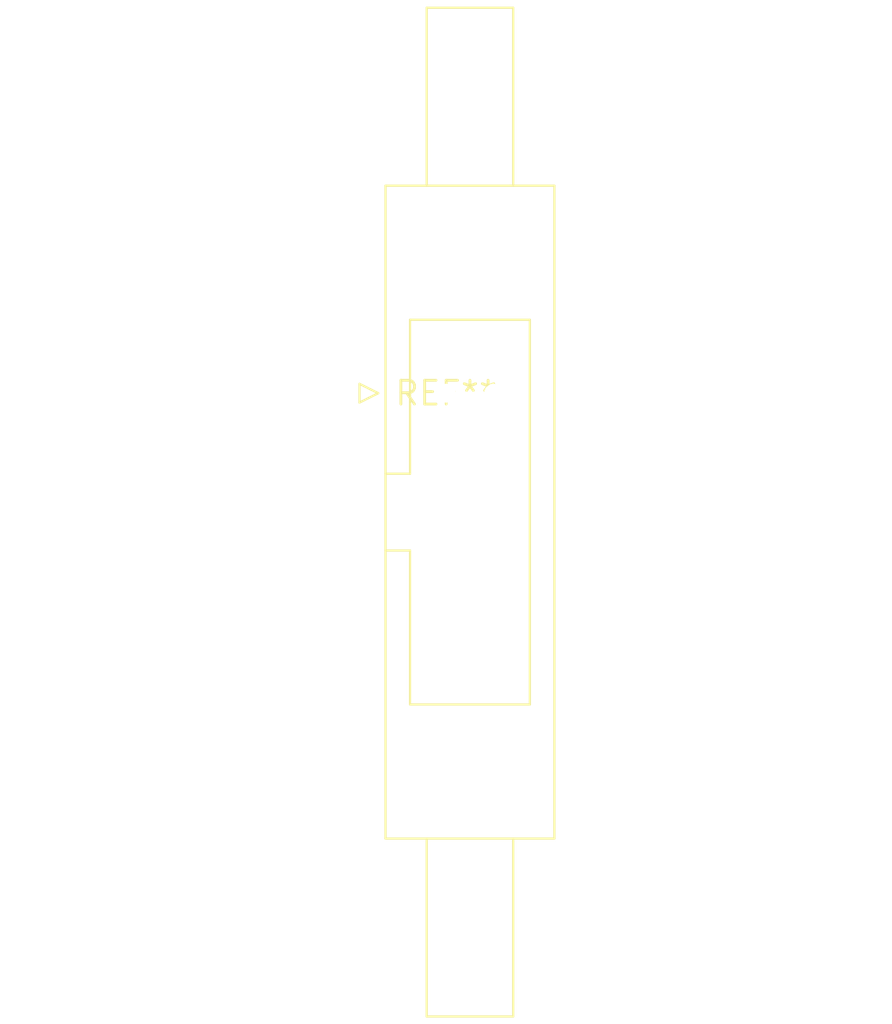
<source format=kicad_pcb>
(kicad_pcb (version 20240108) (generator pcbnew)
  (layers (0 "F.Cu" signal) (31 "B.Cu" signal) (34 "B.Paste" user) (35 "F.Paste" user) (36 "B.SilkS" user "B.Silkscreen") (37 "F.SilkS" user "F.Silkscreen") (38 "B.Mask" user) (39 "F.Mask" user) (44 "Edge.Cuts" user))
  (net 0 "")
  (footprint "IDC-Header_2x06_P2.54mm_Latch9.5mm_Vertical" (layer "F.Cu") (at 0 0)
    (property "Reference" "REF**")
    (property "Value" "IDC-Header_2x06_P2.54mm_Latch9.5mm_Vertical")
    (fp_line (start -4.63 -0.5) (end -4.63 0.5) (layer "F.SilkS") (stroke (width 0.12)))
    (fp_line (start -4.63 0.5) (end -3.63 0) (layer "F.SilkS") (stroke (width 0.12)))
    (fp_line (start -3.63 0) (end -4.63 -0.5) (layer "F.SilkS") (stroke (width 0.12)))
    (fp_line (start -3.24 -11.08) (end 5.78 -11.08) (layer "F.SilkS") (stroke (width 0.12)))
    (fp_line (start -3.24 4.3) (end -1.93 4.3) (layer "F.SilkS") (stroke (width 0.12)))
    (fp_line (start -3.24 23.78) (end -3.24 -11.08) (layer "F.SilkS") (stroke (width 0.12)))
    (fp_line (start -1.93 -3.92) (end 4.47 -3.92) (layer "F.SilkS") (stroke (width 0.12)))
    (fp_line (start -1.93 4.3) (end -1.93 -3.92) (layer "F.SilkS") (stroke (width 0.12)))
    (fp_line (start -1.93 8.4) (end -3.24 8.4) (layer "F.SilkS") (stroke (width 0.12)))
    (fp_line (start -1.93 8.4) (end -1.93 8.4) (layer "F.SilkS") (stroke (width 0.12)))
    (fp_line (start -1.93 16.62) (end -1.93 8.4) (layer "F.SilkS") (stroke (width 0.12)))
    (fp_line (start -1.04 -20.58) (end 3.58 -20.58) (layer "F.SilkS") (stroke (width 0.12)))
    (fp_line (start -1.04 -11.08) (end -1.04 -20.58) (layer "F.SilkS") (stroke (width 0.12)))
    (fp_line (start -1.04 23.78) (end -1.04 33.28) (layer "F.SilkS") (stroke (width 0.12)))
    (fp_line (start -1.04 33.28) (end 3.58 33.28) (layer "F.SilkS") (stroke (width 0.12)))
    (fp_line (start 3.58 -20.58) (end 3.58 -11.08) (layer "F.SilkS") (stroke (width 0.12)))
    (fp_line (start 3.58 33.28) (end 3.58 23.78) (layer "F.SilkS") (stroke (width 0.12)))
    (fp_line (start 4.47 -3.92) (end 4.47 16.62) (layer "F.SilkS") (stroke (width 0.12)))
    (fp_line (start 4.47 16.62) (end -1.93 16.62) (layer "F.SilkS") (stroke (width 0.12)))
    (fp_line (start 5.78 -11.08) (end 5.78 23.78) (layer "F.SilkS") (stroke (width 0.12)))
    (fp_line (start 5.78 23.78) (end -3.24 23.78) (layer "F.SilkS") (stroke (width 0.12)))
    (pad "1" thru_hole roundrect (at 0 0) (size 1.7 1.7) (drill 1) (layers *.Cu *.Mask) (remove_unused_layers) (roundrect_rratio 0.147059))
    (pad "2" thru_hole circle (at 2.54 0) (size 1.7 1.7) (drill 1) (layers *.Cu *.Mask) (remove_unused_layers))
    (pad "3" thru_hole circle (at 0 2.54) (size 1.7 1.7) (drill 1) (layers *.Cu *.Mask) (remove_unused_layers))
    (pad "4" thru_hole circle (at 2.54 2.54) (size 1.7 1.7) (drill 1) (layers *.Cu *.Mask) (remove_unused_layers))
    (pad "5" thru_hole circle (at 0 5.08) (size 1.7 1.7) (drill 1) (layers *.Cu *.Mask) (remove_unused_layers))
    (pad "6" thru_hole circle (at 2.54 5.08) (size 1.7 1.7) (drill 1) (layers *.Cu *.Mask) (remove_unused_layers))
    (pad "7" thru_hole circle (at 0 7.62) (size 1.7 1.7) (drill 1) (layers *.Cu *.Mask) (remove_unused_layers))
    (pad "8" thru_hole circle (at 2.54 7.62) (size 1.7 1.7) (drill 1) (layers *.Cu *.Mask) (remove_unused_layers))
    (pad "9" thru_hole circle (at 0 10.16) (size 1.7 1.7) (drill 1) (layers *.Cu *.Mask) (remove_unused_layers))
    (pad "10" thru_hole circle (at 2.54 10.16) (size 1.7 1.7) (drill 1) (layers *.Cu *.Mask) (remove_unused_layers))
    (pad "11" thru_hole circle (at 0 12.7) (size 1.7 1.7) (drill 1) (layers *.Cu *.Mask) (remove_unused_layers))
    (pad "12" thru_hole circle (at 2.54 12.7) (size 1.7 1.7) (drill 1) (layers *.Cu *.Mask) (remove_unused_layers))
  )
)
</source>
